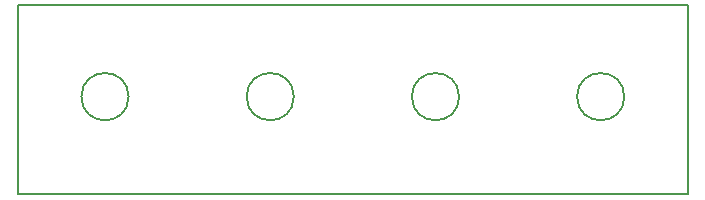
<source format=gbr>
%TF.GenerationSoftware,KiCad,Pcbnew,(6.0.11)*%
%TF.CreationDate,2024-04-14T00:29:43+01:00*%
%TF.ProjectId,RJ21_RJ45_PRIMARY_BREAKOUT_INSULATOR,524a3231-5f52-44a3-9435-5f5052494d41,rev?*%
%TF.SameCoordinates,Original*%
%TF.FileFunction,Profile,NP*%
%FSLAX46Y46*%
G04 Gerber Fmt 4.6, Leading zero omitted, Abs format (unit mm)*
G04 Created by KiCad (PCBNEW (6.0.11)) date 2024-04-14 00:29:43*
%MOMM*%
%LPD*%
G01*
G04 APERTURE LIST*
%TA.AperFunction,Profile*%
%ADD10C,0.150000*%
%TD*%
G04 APERTURE END LIST*
D10*
X171605000Y-88850000D02*
G75*
G03*
X171605000Y-88850000I-2000000J0D01*
G01*
X185595000Y-88850000D02*
G75*
G03*
X185595000Y-88850000I-2000000J0D01*
G01*
X157615000Y-88850000D02*
G75*
G03*
X157615000Y-88850000I-2000000J0D01*
G01*
X143625000Y-88850000D02*
G75*
G03*
X143625000Y-88850000I-2000000J0D01*
G01*
X134235000Y-81120000D02*
X190985000Y-81120000D01*
X190985000Y-81120000D02*
X190985000Y-97120000D01*
X190985000Y-97120000D02*
X134235000Y-97120000D01*
X134235000Y-97120000D02*
X134235000Y-81120000D01*
M02*

</source>
